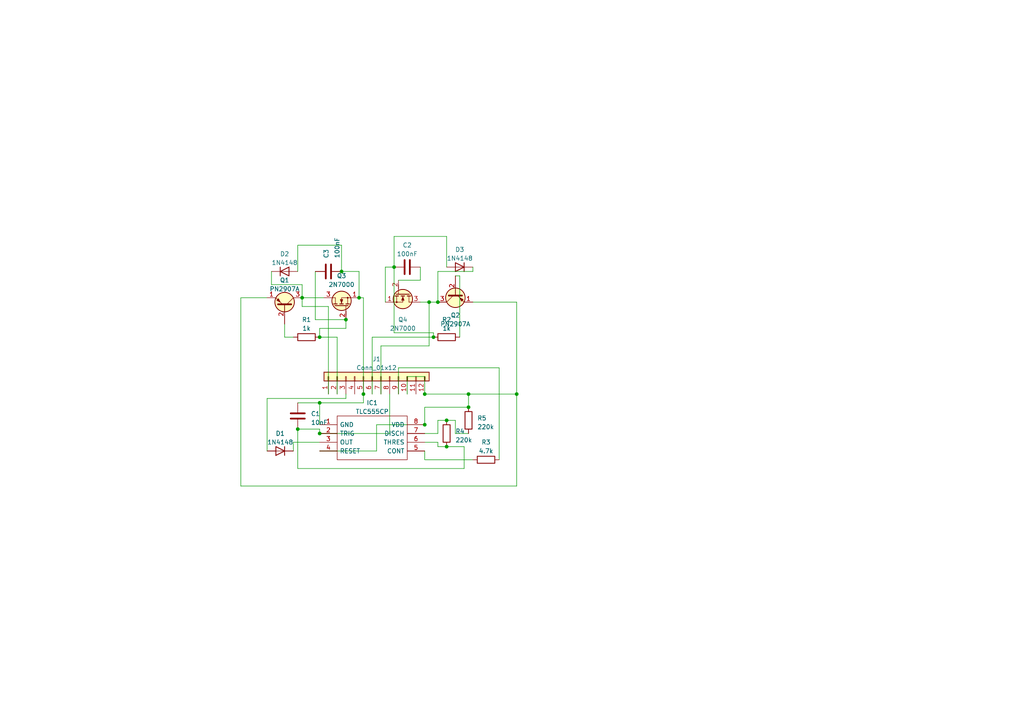
<source format=kicad_sch>
(kicad_sch (version 20230121) (generator eeschema)

  (uuid 38f19e47-8e05-4127-b129-3c9ac13f7df0)

  (paper "A4")

  (lib_symbols
    (symbol "Connector_Generic:Conn_01x12" (pin_names (offset 1.016) hide) (in_bom yes) (on_board yes)
      (property "Reference" "J" (at 0 15.24 0)
        (effects (font (size 1.27 1.27)))
      )
      (property "Value" "Conn_01x12" (at 0 -17.78 0)
        (effects (font (size 1.27 1.27)))
      )
      (property "Footprint" "" (at 0 0 0)
        (effects (font (size 1.27 1.27)) hide)
      )
      (property "Datasheet" "~" (at 0 0 0)
        (effects (font (size 1.27 1.27)) hide)
      )
      (property "ki_keywords" "connector" (at 0 0 0)
        (effects (font (size 1.27 1.27)) hide)
      )
      (property "ki_description" "Generic connector, single row, 01x12, script generated (kicad-library-utils/schlib/autogen/connector/)" (at 0 0 0)
        (effects (font (size 1.27 1.27)) hide)
      )
      (property "ki_fp_filters" "Connector*:*_1x??_*" (at 0 0 0)
        (effects (font (size 1.27 1.27)) hide)
      )
      (symbol "Conn_01x12_1_1"
        (rectangle (start -1.27 -15.113) (end 0 -15.367)
          (stroke (width 0.1524) (type default))
          (fill (type none))
        )
        (rectangle (start -1.27 -12.573) (end 0 -12.827)
          (stroke (width 0.1524) (type default))
          (fill (type none))
        )
        (rectangle (start -1.27 -10.033) (end 0 -10.287)
          (stroke (width 0.1524) (type default))
          (fill (type none))
        )
        (rectangle (start -1.27 -7.493) (end 0 -7.747)
          (stroke (width 0.1524) (type default))
          (fill (type none))
        )
        (rectangle (start -1.27 -4.953) (end 0 -5.207)
          (stroke (width 0.1524) (type default))
          (fill (type none))
        )
        (rectangle (start -1.27 -2.413) (end 0 -2.667)
          (stroke (width 0.1524) (type default))
          (fill (type none))
        )
        (rectangle (start -1.27 0.127) (end 0 -0.127)
          (stroke (width 0.1524) (type default))
          (fill (type none))
        )
        (rectangle (start -1.27 2.667) (end 0 2.413)
          (stroke (width 0.1524) (type default))
          (fill (type none))
        )
        (rectangle (start -1.27 5.207) (end 0 4.953)
          (stroke (width 0.1524) (type default))
          (fill (type none))
        )
        (rectangle (start -1.27 7.747) (end 0 7.493)
          (stroke (width 0.1524) (type default))
          (fill (type none))
        )
        (rectangle (start -1.27 10.287) (end 0 10.033)
          (stroke (width 0.1524) (type default))
          (fill (type none))
        )
        (rectangle (start -1.27 12.827) (end 0 12.573)
          (stroke (width 0.1524) (type default))
          (fill (type none))
        )
        (rectangle (start -1.27 13.97) (end 1.27 -16.51)
          (stroke (width 0.254) (type default))
          (fill (type background))
        )
        (pin passive line (at -5.08 12.7 0) (length 3.81)
          (name "Pin_1" (effects (font (size 1.27 1.27))))
          (number "1" (effects (font (size 1.27 1.27))))
        )
        (pin passive line (at -5.08 -10.16 0) (length 3.81)
          (name "Pin_10" (effects (font (size 1.27 1.27))))
          (number "10" (effects (font (size 1.27 1.27))))
        )
        (pin passive line (at -5.08 -12.7 0) (length 3.81)
          (name "Pin_11" (effects (font (size 1.27 1.27))))
          (number "11" (effects (font (size 1.27 1.27))))
        )
        (pin passive line (at -5.08 -15.24 0) (length 3.81)
          (name "Pin_12" (effects (font (size 1.27 1.27))))
          (number "12" (effects (font (size 1.27 1.27))))
        )
        (pin passive line (at -5.08 10.16 0) (length 3.81)
          (name "Pin_2" (effects (font (size 1.27 1.27))))
          (number "2" (effects (font (size 1.27 1.27))))
        )
        (pin passive line (at -5.08 7.62 0) (length 3.81)
          (name "Pin_3" (effects (font (size 1.27 1.27))))
          (number "3" (effects (font (size 1.27 1.27))))
        )
        (pin passive line (at -5.08 5.08 0) (length 3.81)
          (name "Pin_4" (effects (font (size 1.27 1.27))))
          (number "4" (effects (font (size 1.27 1.27))))
        )
        (pin passive line (at -5.08 2.54 0) (length 3.81)
          (name "Pin_5" (effects (font (size 1.27 1.27))))
          (number "5" (effects (font (size 1.27 1.27))))
        )
        (pin passive line (at -5.08 0 0) (length 3.81)
          (name "Pin_6" (effects (font (size 1.27 1.27))))
          (number "6" (effects (font (size 1.27 1.27))))
        )
        (pin passive line (at -5.08 -2.54 0) (length 3.81)
          (name "Pin_7" (effects (font (size 1.27 1.27))))
          (number "7" (effects (font (size 1.27 1.27))))
        )
        (pin passive line (at -5.08 -5.08 0) (length 3.81)
          (name "Pin_8" (effects (font (size 1.27 1.27))))
          (number "8" (effects (font (size 1.27 1.27))))
        )
        (pin passive line (at -5.08 -7.62 0) (length 3.81)
          (name "Pin_9" (effects (font (size 1.27 1.27))))
          (number "9" (effects (font (size 1.27 1.27))))
        )
      )
    )
    (symbol "Device:C" (pin_numbers hide) (pin_names (offset 0.254)) (in_bom yes) (on_board yes)
      (property "Reference" "C" (at 0.635 2.54 0)
        (effects (font (size 1.27 1.27)) (justify left))
      )
      (property "Value" "C" (at 0.635 -2.54 0)
        (effects (font (size 1.27 1.27)) (justify left))
      )
      (property "Footprint" "" (at 0.9652 -3.81 0)
        (effects (font (size 1.27 1.27)) hide)
      )
      (property "Datasheet" "~" (at 0 0 0)
        (effects (font (size 1.27 1.27)) hide)
      )
      (property "ki_keywords" "cap capacitor" (at 0 0 0)
        (effects (font (size 1.27 1.27)) hide)
      )
      (property "ki_description" "Unpolarized capacitor" (at 0 0 0)
        (effects (font (size 1.27 1.27)) hide)
      )
      (property "ki_fp_filters" "C_*" (at 0 0 0)
        (effects (font (size 1.27 1.27)) hide)
      )
      (symbol "C_0_1"
        (polyline
          (pts
            (xy -2.032 -0.762)
            (xy 2.032 -0.762)
          )
          (stroke (width 0.508) (type default))
          (fill (type none))
        )
        (polyline
          (pts
            (xy -2.032 0.762)
            (xy 2.032 0.762)
          )
          (stroke (width 0.508) (type default))
          (fill (type none))
        )
      )
      (symbol "C_1_1"
        (pin passive line (at 0 3.81 270) (length 2.794)
          (name "~" (effects (font (size 1.27 1.27))))
          (number "1" (effects (font (size 1.27 1.27))))
        )
        (pin passive line (at 0 -3.81 90) (length 2.794)
          (name "~" (effects (font (size 1.27 1.27))))
          (number "2" (effects (font (size 1.27 1.27))))
        )
      )
    )
    (symbol "Device:R" (pin_numbers hide) (pin_names (offset 0)) (in_bom yes) (on_board yes)
      (property "Reference" "R" (at 2.032 0 90)
        (effects (font (size 1.27 1.27)))
      )
      (property "Value" "R" (at 0 0 90)
        (effects (font (size 1.27 1.27)))
      )
      (property "Footprint" "" (at -1.778 0 90)
        (effects (font (size 1.27 1.27)) hide)
      )
      (property "Datasheet" "~" (at 0 0 0)
        (effects (font (size 1.27 1.27)) hide)
      )
      (property "ki_keywords" "R res resistor" (at 0 0 0)
        (effects (font (size 1.27 1.27)) hide)
      )
      (property "ki_description" "Resistor" (at 0 0 0)
        (effects (font (size 1.27 1.27)) hide)
      )
      (property "ki_fp_filters" "R_*" (at 0 0 0)
        (effects (font (size 1.27 1.27)) hide)
      )
      (symbol "R_0_1"
        (rectangle (start -1.016 -2.54) (end 1.016 2.54)
          (stroke (width 0.254) (type default))
          (fill (type none))
        )
      )
      (symbol "R_1_1"
        (pin passive line (at 0 3.81 270) (length 1.27)
          (name "~" (effects (font (size 1.27 1.27))))
          (number "1" (effects (font (size 1.27 1.27))))
        )
        (pin passive line (at 0 -3.81 90) (length 1.27)
          (name "~" (effects (font (size 1.27 1.27))))
          (number "2" (effects (font (size 1.27 1.27))))
        )
      )
    )
    (symbol "Diode:1N4148" (pin_numbers hide) (pin_names hide) (in_bom yes) (on_board yes)
      (property "Reference" "D" (at 0 2.54 0)
        (effects (font (size 1.27 1.27)))
      )
      (property "Value" "1N4148" (at 0 -2.54 0)
        (effects (font (size 1.27 1.27)))
      )
      (property "Footprint" "Diode_THT:D_DO-35_SOD27_P7.62mm_Horizontal" (at 0 0 0)
        (effects (font (size 1.27 1.27)) hide)
      )
      (property "Datasheet" "https://assets.nexperia.com/documents/data-sheet/1N4148_1N4448.pdf" (at 0 0 0)
        (effects (font (size 1.27 1.27)) hide)
      )
      (property "Sim.Device" "D" (at 0 0 0)
        (effects (font (size 1.27 1.27)) hide)
      )
      (property "Sim.Pins" "1=K 2=A" (at 0 0 0)
        (effects (font (size 1.27 1.27)) hide)
      )
      (property "ki_keywords" "diode" (at 0 0 0)
        (effects (font (size 1.27 1.27)) hide)
      )
      (property "ki_description" "100V 0.15A standard switching diode, DO-35" (at 0 0 0)
        (effects (font (size 1.27 1.27)) hide)
      )
      (property "ki_fp_filters" "D*DO?35*" (at 0 0 0)
        (effects (font (size 1.27 1.27)) hide)
      )
      (symbol "1N4148_0_1"
        (polyline
          (pts
            (xy -1.27 1.27)
            (xy -1.27 -1.27)
          )
          (stroke (width 0.254) (type default))
          (fill (type none))
        )
        (polyline
          (pts
            (xy 1.27 0)
            (xy -1.27 0)
          )
          (stroke (width 0) (type default))
          (fill (type none))
        )
        (polyline
          (pts
            (xy 1.27 1.27)
            (xy 1.27 -1.27)
            (xy -1.27 0)
            (xy 1.27 1.27)
          )
          (stroke (width 0.254) (type default))
          (fill (type none))
        )
      )
      (symbol "1N4148_1_1"
        (pin passive line (at -3.81 0 0) (length 2.54)
          (name "K" (effects (font (size 1.27 1.27))))
          (number "1" (effects (font (size 1.27 1.27))))
        )
        (pin passive line (at 3.81 0 180) (length 2.54)
          (name "A" (effects (font (size 1.27 1.27))))
          (number "2" (effects (font (size 1.27 1.27))))
        )
      )
    )
    (symbol "PCM_Transistor_BJT_AKL:PN2907A" (pin_names hide) (in_bom yes) (on_board yes)
      (property "Reference" "Q" (at 5.08 1.27 0)
        (effects (font (size 1.27 1.27)) (justify left))
      )
      (property "Value" "PN2907A" (at 5.08 -1.27 0)
        (effects (font (size 1.27 1.27)) (justify left))
      )
      (property "Footprint" "Package_TO_SOT_THT_AKL:TO-92_Inline_Wide_EBC" (at 5.08 2.54 0)
        (effects (font (size 1.27 1.27)) hide)
      )
      (property "Datasheet" "https://www.onsemi.com/pdf/datasheet/pzt2907a-d.pdf" (at 0 0 0)
        (effects (font (size 1.27 1.27)) hide)
      )
      (property "ki_keywords" "transistor PNP PN2907A" (at 0 0 0)
        (effects (font (size 1.27 1.27)) hide)
      )
      (property "ki_description" "PNP TO-92 transistor, 60V, 800mA, 625mW, Alternate KiCAD Library" (at 0 0 0)
        (effects (font (size 1.27 1.27)) hide)
      )
      (symbol "PN2907A_0_1"
        (polyline
          (pts
            (xy 0.635 -0.635)
            (xy 2.54 -2.54)
          )
          (stroke (width 0) (type default))
          (fill (type none))
        )
        (polyline
          (pts
            (xy 0.635 -1.905)
            (xy 0.635 1.905)
            (xy 0.635 1.905)
          )
          (stroke (width 0.508) (type default))
          (fill (type none))
        )
        (polyline
          (pts
            (xy 0.635 0.635)
            (xy 2.54 2.54)
            (xy 2.54 2.54)
          )
          (stroke (width 0) (type default))
          (fill (type none))
        )
        (polyline
          (pts
            (xy 2.286 1.778)
            (xy 1.778 2.286)
            (xy 1.27 1.27)
            (xy 2.286 1.778)
            (xy 2.286 1.778)
          )
          (stroke (width 0) (type default))
          (fill (type outline))
        )
        (circle (center 1.27 0) (radius 2.8194)
          (stroke (width 0.254) (type default))
          (fill (type background))
        )
      )
      (symbol "PN2907A_1_1"
        (pin passive line (at 2.54 5.08 270) (length 2.54)
          (name "E" (effects (font (size 1.27 1.27))))
          (number "1" (effects (font (size 1.27 1.27))))
        )
        (pin input line (at -5.08 0 0) (length 5.715)
          (name "B" (effects (font (size 1.27 1.27))))
          (number "2" (effects (font (size 1.27 1.27))))
        )
        (pin passive line (at 2.54 -5.08 90) (length 2.54)
          (name "C" (effects (font (size 1.27 1.27))))
          (number "3" (effects (font (size 1.27 1.27))))
        )
      )
    )
    (symbol "PCM_Transistor_MOSFET_AKL:2N7000" (pin_names hide) (in_bom yes) (on_board yes)
      (property "Reference" "Q" (at 5.08 1.27 0)
        (effects (font (size 1.27 1.27)) (justify left))
      )
      (property "Value" "2N7000" (at 5.08 -1.27 0)
        (effects (font (size 1.27 1.27)) (justify left))
      )
      (property "Footprint" "Package_TO_SOT_THT_AKL:TO-92_Inline_Wide_SGD" (at 5.08 2.54 0)
        (effects (font (size 1.27 1.27)) hide)
      )
      (property "Datasheet" "https://www.tme.eu/Document/7df5cae36abdfcedddb681f5be886f05/2N7000.pdf" (at 0 0 0)
        (effects (font (size 1.27 1.27)) hide)
      )
      (property "ki_keywords" "enchancement mosfet nmosfet n-mosfet nmos n-mos emos emosfet 2N7000" (at 0 0 0)
        (effects (font (size 1.27 1.27)) hide)
      )
      (property "ki_description" "TO-92 N-MOSFET enchancement mode transistor, 60V, 200mA, 400mW, Alternate KiCAD Library" (at 0 0 0)
        (effects (font (size 1.27 1.27)) hide)
      )
      (symbol "2N7000_0_1"
        (polyline
          (pts
            (xy 0.254 -1.27)
            (xy -2.54 -1.27)
          )
          (stroke (width 0) (type default))
          (fill (type none))
        )
        (polyline
          (pts
            (xy 0.254 1.905)
            (xy 0.254 -1.905)
          )
          (stroke (width 0.254) (type default))
          (fill (type none))
        )
        (polyline
          (pts
            (xy 0.762 -1.778)
            (xy 2.54 -1.778)
          )
          (stroke (width 0) (type default))
          (fill (type none))
        )
        (polyline
          (pts
            (xy 0.762 -1.27)
            (xy 0.762 -2.286)
          )
          (stroke (width 0.254) (type default))
          (fill (type none))
        )
        (polyline
          (pts
            (xy 0.762 0.508)
            (xy 0.762 -0.508)
          )
          (stroke (width 0.254) (type default))
          (fill (type none))
        )
        (polyline
          (pts
            (xy 0.762 2.286)
            (xy 0.762 1.27)
          )
          (stroke (width 0.254) (type default))
          (fill (type none))
        )
        (polyline
          (pts
            (xy 2.54 1.778)
            (xy 0.762 1.778)
          )
          (stroke (width 0) (type default))
          (fill (type none))
        )
        (polyline
          (pts
            (xy 2.54 2.54)
            (xy 2.54 1.778)
          )
          (stroke (width 0) (type default))
          (fill (type none))
        )
        (polyline
          (pts
            (xy 2.54 -2.54)
            (xy 2.54 0)
            (xy 0.762 0)
          )
          (stroke (width 0) (type default))
          (fill (type none))
        )
        (polyline
          (pts
            (xy 1.016 0)
            (xy 2.032 0.381)
            (xy 2.032 -0.381)
            (xy 1.016 0)
          )
          (stroke (width 0) (type default))
          (fill (type outline))
        )
        (circle (center 1.651 0) (radius 2.794)
          (stroke (width 0.254) (type default))
          (fill (type background))
        )
        (circle (center 2.54 -1.778) (radius 0.1778)
          (stroke (width 0) (type default))
          (fill (type outline))
        )
      )
      (symbol "2N7000_1_1"
        (pin passive line (at 2.54 -5.08 90) (length 2.54)
          (name "S" (effects (font (size 1.27 1.27))))
          (number "1" (effects (font (size 1.27 1.27))))
        )
        (pin input line (at -3.81 -1.27 0) (length 2.54)
          (name "G" (effects (font (size 1.27 1.27))))
          (number "2" (effects (font (size 1.27 1.27))))
        )
        (pin passive line (at 2.54 5.08 270) (length 2.54)
          (name "D" (effects (font (size 1.27 1.27))))
          (number "3" (effects (font (size 1.27 1.27))))
        )
      )
    )
    (symbol "TLC555CP:TLC555CP" (pin_names (offset 0.762)) (in_bom yes) (on_board yes)
      (property "Reference" "IC" (at 26.67 7.62 0)
        (effects (font (size 1.27 1.27)) (justify left))
      )
      (property "Value" "TLC555CP" (at 26.67 5.08 0)
        (effects (font (size 1.27 1.27)) (justify left))
      )
      (property "Footprint" "DIP794W53P254L959H508Q8N" (at 26.67 2.54 0)
        (effects (font (size 1.27 1.27)) (justify left) hide)
      )
      (property "Datasheet" "http://www.ti.com/lit/ds/symlink/tlc555.pdf" (at 26.67 0 0)
        (effects (font (size 1.27 1.27)) (justify left) hide)
      )
      (property "Description" "TLC555CP, Timer 2MHz, 2  15 V, 8-Pin PDIP-8" (at 26.67 -2.54 0)
        (effects (font (size 1.27 1.27)) (justify left) hide)
      )
      (property "Height" "5.08" (at 26.67 -5.08 0)
        (effects (font (size 1.27 1.27)) (justify left) hide)
      )
      (property "Mouser Part Number" "595-TLC555CP" (at 26.67 -7.62 0)
        (effects (font (size 1.27 1.27)) (justify left) hide)
      )
      (property "Mouser Price/Stock" "https://www.mouser.co.uk/ProductDetail/Texas-Instruments/TLC555CP?qs=gb35HGp1gQKr83Vf%252BmVC1w%3D%3D" (at 26.67 -10.16 0)
        (effects (font (size 1.27 1.27)) (justify left) hide)
      )
      (property "Manufacturer_Name" "Texas Instruments" (at 26.67 -12.7 0)
        (effects (font (size 1.27 1.27)) (justify left) hide)
      )
      (property "Manufacturer_Part_Number" "TLC555CP" (at 26.67 -15.24 0)
        (effects (font (size 1.27 1.27)) (justify left) hide)
      )
      (property "ki_description" "TLC555CP, Timer 2MHz, 2  15 V, 8-Pin PDIP-8" (at 0 0 0)
        (effects (font (size 1.27 1.27)) hide)
      )
      (symbol "TLC555CP_0_0"
        (pin passive line (at 0 0 0) (length 5.08)
          (name "GND" (effects (font (size 1.27 1.27))))
          (number "1" (effects (font (size 1.27 1.27))))
        )
        (pin passive line (at 0 -2.54 0) (length 5.08)
          (name "TRIG" (effects (font (size 1.27 1.27))))
          (number "2" (effects (font (size 1.27 1.27))))
        )
        (pin passive line (at 0 -5.08 0) (length 5.08)
          (name "OUT" (effects (font (size 1.27 1.27))))
          (number "3" (effects (font (size 1.27 1.27))))
        )
        (pin passive line (at 0 -7.62 0) (length 5.08)
          (name "RESET" (effects (font (size 1.27 1.27))))
          (number "4" (effects (font (size 1.27 1.27))))
        )
        (pin passive line (at 30.48 -7.62 180) (length 5.08)
          (name "CONT" (effects (font (size 1.27 1.27))))
          (number "5" (effects (font (size 1.27 1.27))))
        )
        (pin passive line (at 30.48 -5.08 180) (length 5.08)
          (name "THRES" (effects (font (size 1.27 1.27))))
          (number "6" (effects (font (size 1.27 1.27))))
        )
        (pin passive line (at 30.48 -2.54 180) (length 5.08)
          (name "DISCH" (effects (font (size 1.27 1.27))))
          (number "7" (effects (font (size 1.27 1.27))))
        )
        (pin passive line (at 30.48 0 180) (length 5.08)
          (name "VDD" (effects (font (size 1.27 1.27))))
          (number "8" (effects (font (size 1.27 1.27))))
        )
      )
      (symbol "TLC555CP_0_1"
        (polyline
          (pts
            (xy 5.08 2.54)
            (xy 25.4 2.54)
            (xy 25.4 -10.16)
            (xy 5.08 -10.16)
            (xy 5.08 2.54)
          )
          (stroke (width 0.1524) (type solid))
          (fill (type none))
        )
      )
    )
  )

  (junction (at 114.3 77.47) (diameter 0) (color 0 0 0 0)
    (uuid 0317f98c-86c3-4e16-b835-c8a31c4b84ba)
  )
  (junction (at 135.89 118.11) (diameter 0) (color 0 0 0 0)
    (uuid 174db39b-9f40-469a-a1d9-560241e6ea16)
  )
  (junction (at 99.06 78.74) (diameter 0) (color 0 0 0 0)
    (uuid 302d888b-26ff-418f-98e5-650fee02e341)
  )
  (junction (at 100.33 92.71) (diameter 0) (color 0 0 0 0)
    (uuid 316f8a31-5130-457c-b051-a35a6cd75905)
  )
  (junction (at 86.36 124.46) (diameter 0) (color 0 0 0 0)
    (uuid 46a6af3e-b523-49cf-b1d5-af3edcb17589)
  )
  (junction (at 129.54 121.92) (diameter 0) (color 0 0 0 0)
    (uuid 4c1c5248-6d7e-4e38-921a-62394c43831b)
  )
  (junction (at 92.71 125.73) (diameter 0) (color 0 0 0 0)
    (uuid 527fe156-d805-4215-81d7-5940f7d8d6cf)
  )
  (junction (at 129.54 129.54) (diameter 0) (color 0 0 0 0)
    (uuid 53d8be9f-1fdf-4a76-b801-5538ed407ea1)
  )
  (junction (at 92.71 97.79) (diameter 0) (color 0 0 0 0)
    (uuid 5a4aa8b6-4526-452a-b0a6-4e4ee619641a)
  )
  (junction (at 87.63 86.36) (diameter 0) (color 0 0 0 0)
    (uuid 5ed429dd-ab78-495f-94d9-7890b901bf3d)
  )
  (junction (at 123.19 114.3) (diameter 0) (color 0 0 0 0)
    (uuid 799dc14c-1ce6-4e22-927c-e3c29b15d2e5)
  )
  (junction (at 135.89 114.3) (diameter 0) (color 0 0 0 0)
    (uuid 7b5eb8ff-e7b1-45ca-affd-c22af3761c17)
  )
  (junction (at 105.41 114.3) (diameter 0) (color 0 0 0 0)
    (uuid 8b68a47a-2d73-4701-b604-9f95bc5414b2)
  )
  (junction (at 125.73 97.79) (diameter 0) (color 0 0 0 0)
    (uuid 9b10f8f0-b052-441e-8d6c-374df9ee775e)
  )
  (junction (at 123.19 123.19) (diameter 0) (color 0 0 0 0)
    (uuid 9bea1b00-f010-4321-b2b7-aff57decc95b)
  )
  (junction (at 104.14 86.36) (diameter 0) (color 0 0 0 0)
    (uuid d702fefc-9932-46a0-bd80-aef87b1ba8dc)
  )
  (junction (at 127 87.63) (diameter 0) (color 0 0 0 0)
    (uuid db3f0d30-38e8-4c21-951b-cdfe4296e8cb)
  )
  (junction (at 92.71 116.84) (diameter 0) (color 0 0 0 0)
    (uuid e398a089-e5fd-41e3-82b7-e6a5cf6edec3)
  )
  (junction (at 149.86 114.3) (diameter 0) (color 0 0 0 0)
    (uuid e7355a69-ca9c-4ac3-8f79-39b3b6c6a7d8)
  )
  (junction (at 124.46 87.63) (diameter 0) (color 0 0 0 0)
    (uuid e913d580-bb6d-4baa-acee-d5724fe69ae1)
  )

  (wire (pts (xy 107.95 114.3) (xy 107.95 97.79))
    (stroke (width 0) (type default))
    (uuid 0318f885-0a25-48d4-a86a-04064ada04e8)
  )
  (wire (pts (xy 95.25 114.3) (xy 95.25 88.9))
    (stroke (width 0) (type default))
    (uuid 0505ae83-c878-4cae-a4bc-0b2f4c0ea19b)
  )
  (wire (pts (xy 97.79 114.3) (xy 97.79 97.79))
    (stroke (width 0) (type default))
    (uuid 0a4e473d-a517-40f1-9ed2-ae3b3997ec2c)
  )
  (wire (pts (xy 77.47 86.36) (xy 69.85 86.36))
    (stroke (width 0) (type default))
    (uuid 0baffab8-16b1-45b8-9f9a-a5b898e00739)
  )
  (wire (pts (xy 114.3 77.47) (xy 114.3 96.52))
    (stroke (width 0) (type default))
    (uuid 0f85694a-d4ee-41b6-a6e9-286cf201849b)
  )
  (wire (pts (xy 92.71 130.81) (xy 109.22 130.81))
    (stroke (width 0) (type default))
    (uuid 10b09f03-0c8d-4f5d-9052-c4cd8b3842db)
  )
  (wire (pts (xy 129.54 68.58) (xy 129.54 77.47))
    (stroke (width 0) (type default))
    (uuid 171b4036-9ecb-4940-92ee-7c41ddecee7b)
  )
  (wire (pts (xy 92.71 97.79) (xy 92.71 95.25))
    (stroke (width 0) (type default))
    (uuid 181a73f6-4f54-4a82-9b89-3052d32a7f06)
  )
  (wire (pts (xy 127 128.27) (xy 123.19 128.27))
    (stroke (width 0) (type default))
    (uuid 18630ffa-c8e5-424d-ab5d-6bec5188ed80)
  )
  (wire (pts (xy 110.49 114.3) (xy 110.49 100.33))
    (stroke (width 0) (type default))
    (uuid 1a852420-fe76-44f3-80ac-3d3de0b52f95)
  )
  (wire (pts (xy 127 121.92) (xy 127 125.73))
    (stroke (width 0) (type default))
    (uuid 1b68047c-5fc4-406d-98d0-5db40e9aac11)
  )
  (wire (pts (xy 100.33 92.71) (xy 100.33 95.25))
    (stroke (width 0) (type default))
    (uuid 1c79cfc3-cd6d-442b-952f-9b1d6c6efaca)
  )
  (wire (pts (xy 127 129.54) (xy 127 128.27))
    (stroke (width 0) (type default))
    (uuid 1d6ecd97-950b-4cb1-bed9-352d4dfc1893)
  )
  (wire (pts (xy 97.79 97.79) (xy 92.71 97.79))
    (stroke (width 0) (type default))
    (uuid 24186d5e-242a-4e73-8f68-23364b2fbefe)
  )
  (wire (pts (xy 133.35 80.01) (xy 132.08 80.01))
    (stroke (width 0) (type default))
    (uuid 245d232d-3a10-469e-8ca3-fda0d25266b3)
  )
  (wire (pts (xy 100.33 115.57) (xy 100.33 114.3))
    (stroke (width 0) (type default))
    (uuid 251b5282-90a7-4924-90e0-6c5aaa0a2767)
  )
  (wire (pts (xy 86.36 116.84) (xy 92.71 116.84))
    (stroke (width 0) (type default))
    (uuid 2d4a8369-0f42-4144-8911-ab1ec5f10bd8)
  )
  (wire (pts (xy 99.06 71.12) (xy 99.06 78.74))
    (stroke (width 0) (type default))
    (uuid 30f110cf-e999-4b0f-8b08-49976d7c8bd9)
  )
  (wire (pts (xy 86.36 124.46) (xy 92.71 124.46))
    (stroke (width 0) (type default))
    (uuid 347b1d78-ed56-4910-a4aa-bfe448d2db99)
  )
  (wire (pts (xy 105.41 86.36) (xy 104.14 86.36))
    (stroke (width 0) (type default))
    (uuid 35c8232a-862a-4502-9cac-bc9a0e35e895)
  )
  (wire (pts (xy 149.86 140.97) (xy 149.86 114.3))
    (stroke (width 0) (type default))
    (uuid 371d1d16-ffc8-4583-bfe0-dde9b8a258a7)
  )
  (wire (pts (xy 86.36 135.89) (xy 86.36 124.46))
    (stroke (width 0) (type default))
    (uuid 3862641c-d2b4-4059-b038-2f46dff3cce4)
  )
  (wire (pts (xy 132.08 121.92) (xy 129.54 121.92))
    (stroke (width 0) (type default))
    (uuid 3fe324e2-30fe-4589-b4d7-af4c7ee34e64)
  )
  (wire (pts (xy 110.49 100.33) (xy 124.46 100.33))
    (stroke (width 0) (type default))
    (uuid 414b6b92-b29f-40df-8273-dfb13bdd9f8a)
  )
  (wire (pts (xy 144.78 133.35) (xy 144.78 106.68))
    (stroke (width 0) (type default))
    (uuid 4463db8d-d200-4a3a-a44c-bc8512ec55f6)
  )
  (wire (pts (xy 109.22 123.19) (xy 123.19 123.19))
    (stroke (width 0) (type default))
    (uuid 4c1270d1-308f-4b50-9d1a-03c66d209de0)
  )
  (wire (pts (xy 134.62 129.54) (xy 134.62 135.89))
    (stroke (width 0) (type default))
    (uuid 4dfa0e0f-d713-4c84-bbfe-6955e819d7e7)
  )
  (wire (pts (xy 121.92 77.47) (xy 121.92 81.28))
    (stroke (width 0) (type default))
    (uuid 539d9b57-bf56-4e7f-b057-bc5df4a05738)
  )
  (wire (pts (xy 105.41 116.84) (xy 105.41 114.3))
    (stroke (width 0) (type default))
    (uuid 53b7986c-dba6-464d-9756-ef9f26a8551a)
  )
  (wire (pts (xy 87.63 86.36) (xy 93.98 86.36))
    (stroke (width 0) (type default))
    (uuid 56743a0b-87c7-4440-9187-bf4918b84cc3)
  )
  (wire (pts (xy 92.71 124.46) (xy 92.71 125.73))
    (stroke (width 0) (type default))
    (uuid 57da0d8c-45bf-4d35-bf79-74a17db38bc9)
  )
  (wire (pts (xy 123.19 130.81) (xy 123.19 133.35))
    (stroke (width 0) (type default))
    (uuid 5af4e2a2-6e9e-4bd8-9cae-a53ad8905680)
  )
  (wire (pts (xy 111.76 77.47) (xy 111.76 87.63))
    (stroke (width 0) (type default))
    (uuid 5e4ea112-9ea3-4376-b644-7be0a6cf988f)
  )
  (wire (pts (xy 114.3 68.58) (xy 129.54 68.58))
    (stroke (width 0) (type default))
    (uuid 5e953f8a-c65b-48ad-8d6a-3862353033f1)
  )
  (wire (pts (xy 123.19 133.35) (xy 137.16 133.35))
    (stroke (width 0) (type default))
    (uuid 5ea847e6-fc5f-4f69-8f3f-163f90885768)
  )
  (wire (pts (xy 109.22 130.81) (xy 109.22 123.19))
    (stroke (width 0) (type default))
    (uuid 5ed9ed78-3a09-457f-8834-eadeb393972d)
  )
  (wire (pts (xy 87.63 82.55) (xy 87.63 86.36))
    (stroke (width 0) (type default))
    (uuid 665f966b-0ab4-401f-9ebc-45e916b42fde)
  )
  (wire (pts (xy 121.92 81.28) (xy 115.57 81.28))
    (stroke (width 0) (type default))
    (uuid 6802bc13-dca8-4ad6-92ec-f5da0224cd3b)
  )
  (wire (pts (xy 124.46 87.63) (xy 127 87.63))
    (stroke (width 0) (type default))
    (uuid 6c759f60-a7b5-4009-9758-dfc7cf267e19)
  )
  (wire (pts (xy 85.09 97.79) (xy 82.55 97.79))
    (stroke (width 0) (type default))
    (uuid 6eb2d31a-34d8-4c11-9169-c77d0d111923)
  )
  (wire (pts (xy 127 78.74) (xy 127 87.63))
    (stroke (width 0) (type default))
    (uuid 6f732dac-cb6e-419d-a19d-8064d5cc4778)
  )
  (wire (pts (xy 118.11 109.22) (xy 123.19 109.22))
    (stroke (width 0) (type default))
    (uuid 7500b78e-5ac4-4a21-b3bb-6afceb300e06)
  )
  (wire (pts (xy 77.47 115.57) (xy 100.33 115.57))
    (stroke (width 0) (type default))
    (uuid 755fa37e-5d20-4a48-a5ba-83fad7efe872)
  )
  (wire (pts (xy 129.54 129.54) (xy 134.62 129.54))
    (stroke (width 0) (type default))
    (uuid 7679ba26-60ec-4ef6-8da9-0ab119222240)
  )
  (wire (pts (xy 129.54 121.92) (xy 127 121.92))
    (stroke (width 0) (type default))
    (uuid 7a9e2f46-17bc-42d9-b0e5-acc118ae6edc)
  )
  (wire (pts (xy 92.71 95.25) (xy 100.33 95.25))
    (stroke (width 0) (type default))
    (uuid 7cb352bc-a7fc-4bd1-8b9c-ef2915685fdc)
  )
  (wire (pts (xy 69.85 86.36) (xy 69.85 140.97))
    (stroke (width 0) (type default))
    (uuid 7da8d30c-f1ac-4609-9ea6-044553509817)
  )
  (wire (pts (xy 135.89 114.3) (xy 149.86 114.3))
    (stroke (width 0) (type default))
    (uuid 802812aa-f016-4842-ab86-dfb296fe0d93)
  )
  (wire (pts (xy 132.08 125.73) (xy 132.08 121.92))
    (stroke (width 0) (type default))
    (uuid 84338d85-8044-4085-b255-6101746bd73d)
  )
  (wire (pts (xy 137.16 87.63) (xy 149.86 87.63))
    (stroke (width 0) (type default))
    (uuid 84474fe6-5f94-4016-8581-81d9dea4182e)
  )
  (wire (pts (xy 113.03 114.3) (xy 113.03 125.73))
    (stroke (width 0) (type default))
    (uuid 8633905d-b03f-4b38-a426-09289fe5cc3b)
  )
  (wire (pts (xy 123.19 123.19) (xy 123.19 118.11))
    (stroke (width 0) (type default))
    (uuid 8b664f68-6302-4d2c-b057-27966a9b0917)
  )
  (wire (pts (xy 78.74 78.74) (xy 78.74 82.55))
    (stroke (width 0) (type default))
    (uuid 901c6929-3c35-4636-887b-600141332b47)
  )
  (wire (pts (xy 107.95 97.79) (xy 125.73 97.79))
    (stroke (width 0) (type default))
    (uuid 918f1b51-a796-45ac-8676-b10d615b0969)
  )
  (wire (pts (xy 123.19 118.11) (xy 135.89 118.11))
    (stroke (width 0) (type default))
    (uuid 9698d691-562a-40f7-b464-6ce20b7a24a2)
  )
  (wire (pts (xy 92.71 116.84) (xy 105.41 116.84))
    (stroke (width 0) (type default))
    (uuid 9ab49dc9-d470-4e5a-93a9-27c51de8b3ad)
  )
  (wire (pts (xy 82.55 97.79) (xy 82.55 93.98))
    (stroke (width 0) (type default))
    (uuid 9ce4d66b-b3d9-47e0-9ea9-86b7587e965b)
  )
  (wire (pts (xy 85.09 128.27) (xy 85.09 130.81))
    (stroke (width 0) (type default))
    (uuid 9f808ed5-64dd-420c-af62-c0d17aa1c04d)
  )
  (wire (pts (xy 69.85 140.97) (xy 149.86 140.97))
    (stroke (width 0) (type default))
    (uuid a09e5868-fd8c-45f6-9e19-e12a9b89cd34)
  )
  (wire (pts (xy 115.57 106.68) (xy 115.57 114.3))
    (stroke (width 0) (type default))
    (uuid a17ce359-2575-4baa-9ac3-d8def72d8389)
  )
  (wire (pts (xy 149.86 87.63) (xy 149.86 114.3))
    (stroke (width 0) (type default))
    (uuid a550bf47-3b2c-425e-b947-835060b87f16)
  )
  (wire (pts (xy 91.44 78.74) (xy 91.44 92.71))
    (stroke (width 0) (type default))
    (uuid a61b03c1-acbc-4256-b80b-40a708dd6bfd)
  )
  (wire (pts (xy 114.3 96.52) (xy 125.73 96.52))
    (stroke (width 0) (type default))
    (uuid a9d7ebc8-a669-4224-9ecd-46393ea94c48)
  )
  (wire (pts (xy 121.92 87.63) (xy 124.46 87.63))
    (stroke (width 0) (type default))
    (uuid ad83b4a0-1995-41da-8432-16641b45439e)
  )
  (wire (pts (xy 104.14 86.36) (xy 104.14 78.74))
    (stroke (width 0) (type default))
    (uuid b2c3da9a-917a-4e48-bb1e-e386afce75c9)
  )
  (wire (pts (xy 91.44 92.71) (xy 100.33 92.71))
    (stroke (width 0) (type default))
    (uuid b485eed8-67bb-44d9-b2fa-9533e993d3c2)
  )
  (wire (pts (xy 123.19 114.3) (xy 135.89 114.3))
    (stroke (width 0) (type default))
    (uuid b50901b2-e3dc-41a8-a40f-3b0c4ac09305)
  )
  (wire (pts (xy 87.63 88.9) (xy 87.63 86.36))
    (stroke (width 0) (type default))
    (uuid b67c4f12-caae-4bd0-a643-03743ed6c04a)
  )
  (wire (pts (xy 118.11 114.3) (xy 118.11 109.22))
    (stroke (width 0) (type default))
    (uuid b7831ba0-9f53-436f-b612-8a2686bf7774)
  )
  (wire (pts (xy 134.62 135.89) (xy 86.36 135.89))
    (stroke (width 0) (type default))
    (uuid bb846070-866f-4904-bd19-954a175bf94d)
  )
  (wire (pts (xy 92.71 123.19) (xy 92.71 116.84))
    (stroke (width 0) (type default))
    (uuid beab0a9c-7c82-491a-83e7-4c9e2f27e3d6)
  )
  (wire (pts (xy 125.73 96.52) (xy 125.73 97.79))
    (stroke (width 0) (type default))
    (uuid c125e40c-9f19-419e-8504-66e1d9db8db7)
  )
  (wire (pts (xy 78.74 82.55) (xy 87.63 82.55))
    (stroke (width 0) (type default))
    (uuid c1e6fc42-4638-4de9-876a-588a4c81abf7)
  )
  (wire (pts (xy 114.3 77.47) (xy 111.76 77.47))
    (stroke (width 0) (type default))
    (uuid c49ecf07-07cc-495b-8afd-e8d600d21b1c)
  )
  (wire (pts (xy 95.25 88.9) (xy 87.63 88.9))
    (stroke (width 0) (type default))
    (uuid ca665750-88a9-4400-8a5b-503430951de3)
  )
  (wire (pts (xy 114.3 77.47) (xy 114.3 68.58))
    (stroke (width 0) (type default))
    (uuid cad903c7-b71d-4096-af52-fb48148f7b7c)
  )
  (wire (pts (xy 135.89 118.11) (xy 135.89 114.3))
    (stroke (width 0) (type default))
    (uuid cee0aa3b-f16f-4d59-8ef2-29005c5044a6)
  )
  (wire (pts (xy 133.35 80.01) (xy 133.35 97.79))
    (stroke (width 0) (type default))
    (uuid cf000e94-de09-4b17-815d-7268607c5973)
  )
  (wire (pts (xy 92.71 128.27) (xy 85.09 128.27))
    (stroke (width 0) (type default))
    (uuid cf856907-e3a1-404b-b6a8-1747bbc5c64f)
  )
  (wire (pts (xy 144.78 106.68) (xy 115.57 106.68))
    (stroke (width 0) (type default))
    (uuid d1406dc2-6b4a-47f0-80e5-116041476709)
  )
  (wire (pts (xy 123.19 109.22) (xy 123.19 114.3))
    (stroke (width 0) (type default))
    (uuid d4ac1332-975f-420a-a671-c627337f6ec5)
  )
  (wire (pts (xy 105.41 114.3) (xy 105.41 86.36))
    (stroke (width 0) (type default))
    (uuid d567a0fc-11c4-450c-b11a-d92e625c395c)
  )
  (wire (pts (xy 137.16 77.47) (xy 137.16 78.74))
    (stroke (width 0) (type default))
    (uuid db09c365-c553-42f3-b4a8-890235e07e9f)
  )
  (wire (pts (xy 104.14 78.74) (xy 99.06 78.74))
    (stroke (width 0) (type default))
    (uuid dc2f4d95-9014-463f-a108-29a88289c5d5)
  )
  (wire (pts (xy 124.46 87.63) (xy 124.46 100.33))
    (stroke (width 0) (type default))
    (uuid e89f0489-e074-4d04-86d8-0a4b9ade907c)
  )
  (wire (pts (xy 77.47 130.81) (xy 77.47 115.57))
    (stroke (width 0) (type default))
    (uuid e9a578ee-72b1-43a2-80b6-5b95910d0bc9)
  )
  (wire (pts (xy 92.71 125.73) (xy 113.03 125.73))
    (stroke (width 0) (type default))
    (uuid ede688ab-a0b4-45ca-a6c6-c5c3aa7100aa)
  )
  (wire (pts (xy 86.36 78.74) (xy 86.36 71.12))
    (stroke (width 0) (type default))
    (uuid edf1b6cf-1e87-40d7-984f-bc435bfe36a3)
  )
  (wire (pts (xy 137.16 78.74) (xy 127 78.74))
    (stroke (width 0) (type default))
    (uuid ee444c68-0928-4558-9378-84a31c099323)
  )
  (wire (pts (xy 86.36 71.12) (xy 99.06 71.12))
    (stroke (width 0) (type default))
    (uuid f978b65a-a03a-4341-9a57-10cb2079c8de)
  )
  (wire (pts (xy 129.54 129.54) (xy 127 129.54))
    (stroke (width 0) (type default))
    (uuid fbd9e3b7-2b1f-45d6-93fc-29f47bfc96c3)
  )
  (wire (pts (xy 127 125.73) (xy 123.19 125.73))
    (stroke (width 0) (type default))
    (uuid fc3ee184-2eef-4620-ad8c-f3159630e925)
  )
  (wire (pts (xy 135.89 125.73) (xy 132.08 125.73))
    (stroke (width 0) (type default))
    (uuid ff315350-fa12-452b-b213-54c37f77f0b4)
  )

  (symbol (lib_id "Diode:1N4148") (at 81.28 130.81 180) (unit 1)
    (in_bom yes) (on_board yes) (dnp no) (fields_autoplaced)
    (uuid 18fed9d5-cce9-429e-9220-09ec051ba6fe)
    (property "Reference" "D1" (at 81.28 125.73 0)
      (effects (font (size 1.27 1.27)))
    )
    (property "Value" "1N4148" (at 81.28 128.27 0)
      (effects (font (size 1.27 1.27)))
    )
    (property "Footprint" "Diode_THT:D_DO-35_SOD27_P7.62mm_Horizontal" (at 81.28 130.81 0)
      (effects (font (size 1.27 1.27)) hide)
    )
    (property "Datasheet" "https://assets.nexperia.com/documents/data-sheet/1N4148_1N4448.pdf" (at 81.28 130.81 0)
      (effects (font (size 1.27 1.27)) hide)
    )
    (property "Sim.Device" "D" (at 81.28 130.81 0)
      (effects (font (size 1.27 1.27)) hide)
    )
    (property "Sim.Pins" "1=K 2=A" (at 81.28 130.81 0)
      (effects (font (size 1.27 1.27)) hide)
    )
    (pin "1" (uuid 6f92aff0-a276-4c6b-a35d-68e02313c717))
    (pin "2" (uuid db2b0ae6-ab07-490c-abfb-65abf560077a))
    (instances
      (project "PourCup"
        (path "/38f19e47-8e05-4127-b129-3c9ac13f7df0"
          (reference "D1") (unit 1)
        )
      )
    )
  )

  (symbol (lib_id "PCM_Transistor_MOSFET_AKL:2N7000") (at 116.84 85.09 270) (unit 1)
    (in_bom yes) (on_board yes) (dnp no) (fields_autoplaced)
    (uuid 33c61ce1-ac0d-4d81-b528-15e47299a1cb)
    (property "Reference" "Q4" (at 116.84 92.71 90)
      (effects (font (size 1.27 1.27)))
    )
    (property "Value" "2N7000" (at 116.84 95.25 90)
      (effects (font (size 1.27 1.27)))
    )
    (property "Footprint" "footprint:TO_7000_VIS" (at 119.38 90.17 0)
      (effects (font (size 1.27 1.27)) hide)
    )
    (property "Datasheet" "https://www.tme.eu/Document/7df5cae36abdfcedddb681f5be886f05/2N7000.pdf" (at 116.84 85.09 0)
      (effects (font (size 1.27 1.27)) hide)
    )
    (pin "1" (uuid 93bbbe6a-8a01-45f2-a4ec-b24590df0042))
    (pin "2" (uuid d30cff6e-ddd3-4464-b3da-375d5e1b91f4))
    (pin "3" (uuid 13a7eb06-58f5-4387-aec6-006136f157c8))
    (instances
      (project "PourCup"
        (path "/38f19e47-8e05-4127-b129-3c9ac13f7df0"
          (reference "Q4") (unit 1)
        )
      )
    )
  )

  (symbol (lib_id "Diode:1N4148") (at 133.35 77.47 180) (unit 1)
    (in_bom yes) (on_board yes) (dnp no) (fields_autoplaced)
    (uuid 358a8792-aed7-4442-ad3a-c86d6ba6da2c)
    (property "Reference" "D3" (at 133.35 72.39 0)
      (effects (font (size 1.27 1.27)))
    )
    (property "Value" "1N4148" (at 133.35 74.93 0)
      (effects (font (size 1.27 1.27)))
    )
    (property "Footprint" "Diode_THT:D_DO-35_SOD27_P7.62mm_Horizontal" (at 133.35 77.47 0)
      (effects (font (size 1.27 1.27)) hide)
    )
    (property "Datasheet" "https://assets.nexperia.com/documents/data-sheet/1N4148_1N4448.pdf" (at 133.35 77.47 0)
      (effects (font (size 1.27 1.27)) hide)
    )
    (property "Sim.Device" "D" (at 133.35 77.47 0)
      (effects (font (size 1.27 1.27)) hide)
    )
    (property "Sim.Pins" "1=K 2=A" (at 133.35 77.47 0)
      (effects (font (size 1.27 1.27)) hide)
    )
    (pin "1" (uuid d9cd3293-5cb1-451f-8191-3b3c6592c751))
    (pin "2" (uuid 6ce3b222-0210-4cad-982f-2831ee2f9ba0))
    (instances
      (project "PourCup"
        (path "/38f19e47-8e05-4127-b129-3c9ac13f7df0"
          (reference "D3") (unit 1)
        )
      )
    )
  )

  (symbol (lib_id "Diode:1N4148") (at 82.55 78.74 0) (unit 1)
    (in_bom yes) (on_board yes) (dnp no) (fields_autoplaced)
    (uuid 42a3b4fe-1097-4b18-9cad-13e7faee9810)
    (property "Reference" "D2" (at 82.55 73.66 0)
      (effects (font (size 1.27 1.27)))
    )
    (property "Value" "1N4148" (at 82.55 76.2 0)
      (effects (font (size 1.27 1.27)))
    )
    (property "Footprint" "Diode_THT:D_DO-35_SOD27_P7.62mm_Horizontal" (at 82.55 78.74 0)
      (effects (font (size 1.27 1.27)) hide)
    )
    (property "Datasheet" "https://assets.nexperia.com/documents/data-sheet/1N4148_1N4448.pdf" (at 82.55 78.74 0)
      (effects (font (size 1.27 1.27)) hide)
    )
    (property "Sim.Device" "D" (at 82.55 78.74 0)
      (effects (font (size 1.27 1.27)) hide)
    )
    (property "Sim.Pins" "1=K 2=A" (at 82.55 78.74 0)
      (effects (font (size 1.27 1.27)) hide)
    )
    (pin "1" (uuid 5578e6ff-784e-458f-9535-5e229c86be0c))
    (pin "2" (uuid 0e722eab-a816-49d3-bc9e-4cea9c13ecd8))
    (instances
      (project "PourCup"
        (path "/38f19e47-8e05-4127-b129-3c9ac13f7df0"
          (reference "D2") (unit 1)
        )
      )
    )
  )

  (symbol (lib_id "Device:R") (at 135.89 121.92 0) (unit 1)
    (in_bom yes) (on_board yes) (dnp no) (fields_autoplaced)
    (uuid 4c0dfa74-24a0-4137-a113-da825ea403f8)
    (property "Reference" "R5" (at 138.43 121.285 0)
      (effects (font (size 1.27 1.27)) (justify left))
    )
    (property "Value" "220k" (at 138.43 123.825 0)
      (effects (font (size 1.27 1.27)) (justify left))
    )
    (property "Footprint" "Resistor_THT:R_Axial_DIN0207_L6.3mm_D2.5mm_P7.62mm_Horizontal" (at 134.112 121.92 90)
      (effects (font (size 1.27 1.27)) hide)
    )
    (property "Datasheet" "~" (at 135.89 121.92 0)
      (effects (font (size 1.27 1.27)) hide)
    )
    (pin "1" (uuid 227be651-4045-4db5-ae90-546c01ad2530))
    (pin "2" (uuid 7db9172d-4cdc-4c78-a4fe-81b9ac53efc3))
    (instances
      (project "PourCup"
        (path "/38f19e47-8e05-4127-b129-3c9ac13f7df0"
          (reference "R5") (unit 1)
        )
      )
    )
  )

  (symbol (lib_id "Device:R") (at 129.54 125.73 0) (unit 1)
    (in_bom yes) (on_board yes) (dnp no) (fields_autoplaced)
    (uuid 874d10eb-28c7-48b9-b00a-a6511a8f5591)
    (property "Reference" "R4" (at 132.08 125.095 0)
      (effects (font (size 1.27 1.27)) (justify left))
    )
    (property "Value" "220k" (at 132.08 127.635 0)
      (effects (font (size 1.27 1.27)) (justify left))
    )
    (property "Footprint" "Resistor_THT:R_Axial_DIN0207_L6.3mm_D2.5mm_P7.62mm_Horizontal" (at 127.762 125.73 90)
      (effects (font (size 1.27 1.27)) hide)
    )
    (property "Datasheet" "~" (at 129.54 125.73 0)
      (effects (font (size 1.27 1.27)) hide)
    )
    (pin "1" (uuid 93d1a0a6-9f22-4234-a3d9-29985c6b797a))
    (pin "2" (uuid 7bc23b3a-bb74-43c2-8586-11e35ddf5d3a))
    (instances
      (project "PourCup"
        (path "/38f19e47-8e05-4127-b129-3c9ac13f7df0"
          (reference "R4") (unit 1)
        )
      )
    )
  )

  (symbol (lib_id "Device:C") (at 86.36 120.65 0) (unit 1)
    (in_bom yes) (on_board yes) (dnp no) (fields_autoplaced)
    (uuid 877873fb-f1a0-4987-8b46-90565185e4d7)
    (property "Reference" "C1" (at 90.17 120.015 0)
      (effects (font (size 1.27 1.27)) (justify left))
    )
    (property "Value" "10nF" (at 90.17 122.555 0)
      (effects (font (size 1.27 1.27)) (justify left))
    )
    (property "Footprint" "Capacitor_THT:C_Disc_D4.7mm_W2.5mm_P5.00mm" (at 87.3252 124.46 0)
      (effects (font (size 1.27 1.27)) hide)
    )
    (property "Datasheet" "~" (at 86.36 120.65 0)
      (effects (font (size 1.27 1.27)) hide)
    )
    (pin "1" (uuid f4c24392-8d65-4029-94a2-8f2452789a68))
    (pin "2" (uuid 84fc03a5-3fdb-49ae-a053-2356af2c1c46))
    (instances
      (project "PourCup"
        (path "/38f19e47-8e05-4127-b129-3c9ac13f7df0"
          (reference "C1") (unit 1)
        )
      )
    )
  )

  (symbol (lib_id "Device:C") (at 95.25 78.74 90) (unit 1)
    (in_bom yes) (on_board yes) (dnp no)
    (uuid 98ab589c-2406-4b8e-8d4f-c7b86607746d)
    (property "Reference" "C3" (at 94.615 74.93 0)
      (effects (font (size 1.27 1.27)) (justify left))
    )
    (property "Value" "100nF" (at 97.79 74.93 0)
      (effects (font (size 1.27 1.27)) (justify left))
    )
    (property "Footprint" "Capacitor_THT:C_Disc_D5.0mm_W2.5mm_P5.00mm" (at 99.06 77.7748 0)
      (effects (font (size 1.27 1.27)) hide)
    )
    (property "Datasheet" "~" (at 95.25 78.74 0)
      (effects (font (size 1.27 1.27)) hide)
    )
    (pin "1" (uuid f166d081-97b4-4826-a16e-9b18b70fb956))
    (pin "2" (uuid 54cb10f3-54e4-467b-b3dc-6f6b1f9e7b12))
    (instances
      (project "PourCup"
        (path "/38f19e47-8e05-4127-b129-3c9ac13f7df0"
          (reference "C3") (unit 1)
        )
      )
    )
  )

  (symbol (lib_id "TLC555CP:TLC555CP") (at 92.71 123.19 0) (unit 1)
    (in_bom yes) (on_board yes) (dnp no) (fields_autoplaced)
    (uuid ad98a44a-e634-4578-8a4e-deba88ba6728)
    (property "Reference" "IC1" (at 107.95 116.84 0)
      (effects (font (size 1.27 1.27)))
    )
    (property "Value" "TLC555CP" (at 107.95 119.38 0)
      (effects (font (size 1.27 1.27)))
    )
    (property "Footprint" "DIP794W53P254L959H508Q8N" (at 119.38 120.65 0)
      (effects (font (size 1.27 1.27)) (justify left) hide)
    )
    (property "Datasheet" "http://www.ti.com/lit/ds/symlink/tlc555.pdf" (at 119.38 123.19 0)
      (effects (font (size 1.27 1.27)) (justify left) hide)
    )
    (property "Description" "TLC555CP, Timer 2MHz, 2  15 V, 8-Pin PDIP-8" (at 119.38 125.73 0)
      (effects (font (size 1.27 1.27)) (justify left) hide)
    )
    (property "Height" "5.08" (at 119.38 128.27 0)
      (effects (font (size 1.27 1.27)) (justify left) hide)
    )
    (property "Mouser Part Number" "595-TLC555CP" (at 119.38 130.81 0)
      (effects (font (size 1.27 1.27)) (justify left) hide)
    )
    (property "Mouser Price/Stock" "https://www.mouser.co.uk/ProductDetail/Texas-Instruments/TLC555CP?qs=gb35HGp1gQKr83Vf%252BmVC1w%3D%3D" (at 119.38 133.35 0)
      (effects (font (size 1.27 1.27)) (justify left) hide)
    )
    (property "Manufacturer_Name" "Texas Instruments" (at 119.38 135.89 0)
      (effects (font (size 1.27 1.27)) (justify left) hide)
    )
    (property "Manufacturer_Part_Number" "TLC555CP" (at 119.38 138.43 0)
      (effects (font (size 1.27 1.27)) (justify left) hide)
    )
    (pin "1" (uuid cb771b73-958b-4712-963b-10d90c5076ef))
    (pin "2" (uuid 8e9ce72a-b991-4910-be36-31dba88496ad))
    (pin "3" (uuid c59affdc-5d2f-4a36-bea1-976a1970ff0e))
    (pin "4" (uuid cc122a24-6c4f-45bc-8a16-a1627b8380c5))
    (pin "5" (uuid 8814cbf0-5ad5-4772-a72b-8c76f300b2d9))
    (pin "6" (uuid 552784f6-6fea-45d7-862e-88b4e3f80bee))
    (pin "7" (uuid c5557673-19c8-484b-bc0d-2e89ace506cb))
    (pin "8" (uuid e9860d83-1161-410b-99ac-e62e39eb128a))
    (instances
      (project "PourCup"
        (path "/38f19e47-8e05-4127-b129-3c9ac13f7df0"
          (reference "IC1") (unit 1)
        )
      )
    )
  )

  (symbol (lib_id "PCM_Transistor_MOSFET_AKL:2N7000") (at 99.06 88.9 90) (unit 1)
    (in_bom yes) (on_board yes) (dnp no) (fields_autoplaced)
    (uuid b522c18f-49c8-4095-abe0-f33d6efdd697)
    (property "Reference" "Q3" (at 99.06 80.01 90)
      (effects (font (size 1.27 1.27)))
    )
    (property "Value" "2N7000" (at 99.06 82.55 90)
      (effects (font (size 1.27 1.27)))
    )
    (property "Footprint" "footprint:TO_7000_VIS" (at 96.52 83.82 0)
      (effects (font (size 1.27 1.27)) hide)
    )
    (property "Datasheet" "https://www.tme.eu/Document/7df5cae36abdfcedddb681f5be886f05/2N7000.pdf" (at 99.06 88.9 0)
      (effects (font (size 1.27 1.27)) hide)
    )
    (pin "1" (uuid aeea7b60-7db8-475f-bee8-8873a5aa342c))
    (pin "2" (uuid 976da11c-4550-4dec-acb6-3860bc99de22))
    (pin "3" (uuid 7f63fee3-e146-4df4-8c51-4350c132e13f))
    (instances
      (project "PourCup"
        (path "/38f19e47-8e05-4127-b129-3c9ac13f7df0"
          (reference "Q3") (unit 1)
        )
      )
    )
  )

  (symbol (lib_id "Connector_Generic:Conn_01x12") (at 107.95 109.22 90) (unit 1)
    (in_bom yes) (on_board yes) (dnp no) (fields_autoplaced)
    (uuid b6b2fa34-e6e3-4588-9e15-84a8e6013c39)
    (property "Reference" "J1" (at 109.22 104.14 90)
      (effects (font (size 1.27 1.27)))
    )
    (property "Value" "Conn_01x12" (at 109.22 106.68 90)
      (effects (font (size 1.27 1.27)))
    )
    (property "Footprint" "Connector_PinHeader_2.54mm:PinHeader_1x12_P2.54mm_Vertical" (at 107.95 109.22 0)
      (effects (font (size 1.27 1.27)) hide)
    )
    (property "Datasheet" "~" (at 107.95 109.22 0)
      (effects (font (size 1.27 1.27)) hide)
    )
    (pin "1" (uuid 0ee96696-930a-491e-b552-2b45cd804c1d))
    (pin "10" (uuid d4f76eb3-68f6-482e-ba95-214137d8ed66))
    (pin "11" (uuid 78572c87-ae8f-46e6-947b-47488c69e50b))
    (pin "12" (uuid 94dc62b6-7cdc-4c9f-9fda-1fdeab925370))
    (pin "2" (uuid 1c3e8772-da76-4f84-8b46-a716e7a4070e))
    (pin "3" (uuid d6d7c09b-aeac-4f58-9cf4-a0129afd3262))
    (pin "4" (uuid aa58c7a0-4627-4c5c-bc35-ee162ef4cd2a))
    (pin "5" (uuid 629a6401-82b6-4950-8615-b0e2ab96de5e))
    (pin "6" (uuid bd27f320-a966-4752-91ea-92b4817e0470))
    (pin "7" (uuid 5a76c240-4037-44e3-98ef-e019a576702e))
    (pin "8" (uuid a51388c3-a646-4bf0-ba53-bc01dec5c2bc))
    (pin "9" (uuid d77240ef-80b9-4b22-80c2-064214c231ab))
    (instances
      (project "PourCup"
        (path "/38f19e47-8e05-4127-b129-3c9ac13f7df0"
          (reference "J1") (unit 1)
        )
      )
    )
  )

  (symbol (lib_id "Device:R") (at 88.9 97.79 90) (unit 1)
    (in_bom yes) (on_board yes) (dnp no) (fields_autoplaced)
    (uuid bfe6b497-dc55-4552-90c1-cf3bb6b33bba)
    (property "Reference" "R1" (at 88.9 92.71 90)
      (effects (font (size 1.27 1.27)))
    )
    (property "Value" "1k" (at 88.9 95.25 90)
      (effects (font (size 1.27 1.27)))
    )
    (property "Footprint" "Resistor_THT:R_Axial_DIN0204_L3.6mm_D1.6mm_P7.62mm_Horizontal" (at 88.9 99.568 90)
      (effects (font (size 1.27 1.27)) hide)
    )
    (property "Datasheet" "~" (at 88.9 97.79 0)
      (effects (font (size 1.27 1.27)) hide)
    )
    (pin "1" (uuid ff088ef2-2838-4cbf-a9df-abedf16655ff))
    (pin "2" (uuid 1bc34b8e-511d-4b18-9116-7bc7943a0a8e))
    (instances
      (project "PourCup"
        (path "/38f19e47-8e05-4127-b129-3c9ac13f7df0"
          (reference "R1") (unit 1)
        )
      )
    )
  )

  (symbol (lib_id "Device:R") (at 129.54 97.79 90) (unit 1)
    (in_bom yes) (on_board yes) (dnp no) (fields_autoplaced)
    (uuid ce909533-debd-47e7-897c-d1129d866035)
    (property "Reference" "R2" (at 129.54 92.71 90)
      (effects (font (size 1.27 1.27)))
    )
    (property "Value" "1k" (at 129.54 95.25 90)
      (effects (font (size 1.27 1.27)))
    )
    (property "Footprint" "Resistor_THT:R_Axial_DIN0204_L3.6mm_D1.6mm_P7.62mm_Horizontal" (at 129.54 99.568 90)
      (effects (font (size 1.27 1.27)) hide)
    )
    (property "Datasheet" "~" (at 129.54 97.79 0)
      (effects (font (size 1.27 1.27)) hide)
    )
    (pin "1" (uuid eb24521b-7673-413b-8d68-8a7a2c6ca7aa))
    (pin "2" (uuid f8703834-babc-4864-bc6d-70674564535b))
    (instances
      (project "PourCup"
        (path "/38f19e47-8e05-4127-b129-3c9ac13f7df0"
          (reference "R2") (unit 1)
        )
      )
    )
  )

  (symbol (lib_id "Device:R") (at 140.97 133.35 90) (unit 1)
    (in_bom yes) (on_board yes) (dnp no) (fields_autoplaced)
    (uuid d860e32e-71b6-482e-853c-f9555aec49d6)
    (property "Reference" "R3" (at 140.97 128.27 90)
      (effects (font (size 1.27 1.27)))
    )
    (property "Value" "4.7k" (at 140.97 130.81 90)
      (effects (font (size 1.27 1.27)))
    )
    (property "Footprint" "Resistor_THT:R_Axial_DIN0204_L3.6mm_D1.6mm_P7.62mm_Horizontal" (at 140.97 135.128 90)
      (effects (font (size 1.27 1.27)) hide)
    )
    (property "Datasheet" "~" (at 140.97 133.35 0)
      (effects (font (size 1.27 1.27)) hide)
    )
    (pin "1" (uuid bf89e0f4-a235-44d7-9c45-22ebc5757412))
    (pin "2" (uuid f87ba6fd-03d0-4f87-b6d6-e3eb48fbd316))
    (instances
      (project "PourCup"
        (path "/38f19e47-8e05-4127-b129-3c9ac13f7df0"
          (reference "R3") (unit 1)
        )
      )
    )
  )

  (symbol (lib_id "Device:C") (at 118.11 77.47 90) (unit 1)
    (in_bom yes) (on_board yes) (dnp no) (fields_autoplaced)
    (uuid ec3137b9-7c88-49bf-a176-be66cf22199a)
    (property "Reference" "C2" (at 118.11 71.12 90)
      (effects (font (size 1.27 1.27)))
    )
    (property "Value" "100nF" (at 118.11 73.66 90)
      (effects (font (size 1.27 1.27)))
    )
    (property "Footprint" "Capacitor_THT:C_Disc_D5.0mm_W2.5mm_P5.00mm" (at 121.92 76.5048 0)
      (effects (font (size 1.27 1.27)) hide)
    )
    (property "Datasheet" "~" (at 118.11 77.47 0)
      (effects (font (size 1.27 1.27)) hide)
    )
    (pin "1" (uuid 9e43d25b-1a72-4fc3-9ca5-22d8fc168787))
    (pin "2" (uuid c2b30661-fa81-4f7f-aaaf-e87260dc16f0))
    (instances
      (project "PourCup"
        (path "/38f19e47-8e05-4127-b129-3c9ac13f7df0"
          (reference "C2") (unit 1)
        )
      )
    )
  )

  (symbol (lib_id "PCM_Transistor_BJT_AKL:PN2907A") (at 132.08 85.09 270) (unit 1)
    (in_bom yes) (on_board yes) (dnp no) (fields_autoplaced)
    (uuid f3bd963d-670b-4948-866f-135d8050c8c5)
    (property "Reference" "Q2" (at 132.08 91.44 90)
      (effects (font (size 1.27 1.27)))
    )
    (property "Value" "PN2907A" (at 132.08 93.98 90)
      (effects (font (size 1.27 1.27)))
    )
    (property "Footprint" "footprint:TO-92-3L_5P33X5P2_ONS" (at 134.62 90.17 0)
      (effects (font (size 1.27 1.27)) hide)
    )
    (property "Datasheet" "https://www.onsemi.com/pdf/datasheet/pzt2907a-d.pdf" (at 132.08 85.09 0)
      (effects (font (size 1.27 1.27)) hide)
    )
    (pin "1" (uuid 72419ec0-bef1-42d8-b06a-2eea420d69fd))
    (pin "2" (uuid 15f02705-8ad7-44f9-945a-37b664d19dd8))
    (pin "3" (uuid d15d6e3e-b6ea-4699-9ebc-fbf2d77acb55))
    (instances
      (project "PourCup"
        (path "/38f19e47-8e05-4127-b129-3c9ac13f7df0"
          (reference "Q2") (unit 1)
        )
      )
    )
  )

  (symbol (lib_id "PCM_Transistor_BJT_AKL:PN2907A") (at 82.55 88.9 90) (unit 1)
    (in_bom yes) (on_board yes) (dnp no) (fields_autoplaced)
    (uuid fac3c761-0fa9-4620-836e-cc3037438706)
    (property "Reference" "Q1" (at 82.55 81.28 90)
      (effects (font (size 1.27 1.27)))
    )
    (property "Value" "PN2907A" (at 82.55 83.82 90)
      (effects (font (size 1.27 1.27)))
    )
    (property "Footprint" "footprint:TO-92-3L_5P33X5P2_ONS" (at 80.01 83.82 0)
      (effects (font (size 1.27 1.27)) hide)
    )
    (property "Datasheet" "https://www.onsemi.com/pdf/datasheet/pzt2907a-d.pdf" (at 82.55 88.9 0)
      (effects (font (size 1.27 1.27)) hide)
    )
    (pin "1" (uuid 99feaeaa-d9c4-4e59-9153-be38bed236ee))
    (pin "2" (uuid c925bc53-7aa7-4668-8ef9-562f33c11342))
    (pin "3" (uuid 0bfca329-5b9d-4c2c-8a79-ccb0d021bfd8))
    (instances
      (project "PourCup"
        (path "/38f19e47-8e05-4127-b129-3c9ac13f7df0"
          (reference "Q1") (unit 1)
        )
      )
    )
  )

  (sheet_instances
    (path "/" (page "1"))
  )
)

</source>
